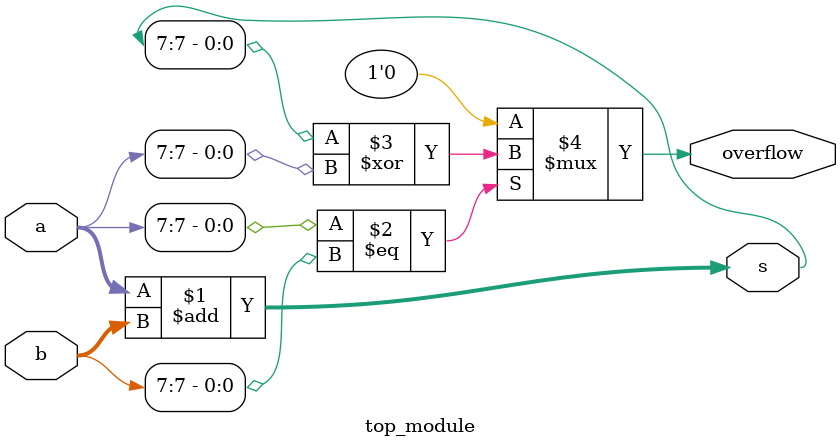
<source format=v>
module top_module (
    input [7:0] a,
    input [7:0] b,
    output [7:0] s,
    output overflow
); //
 
    // assign s = ...
    // assign overflow = ...
	assign s = a + b;
    assign overflow = (a[7]==b[7])? s[7]^a[7]:1'b0 ; 
    //Determine if the sign bits are the same
    //if they are, determine if the sign of the sum is the same as the sign of the addition

endmodule
</source>
